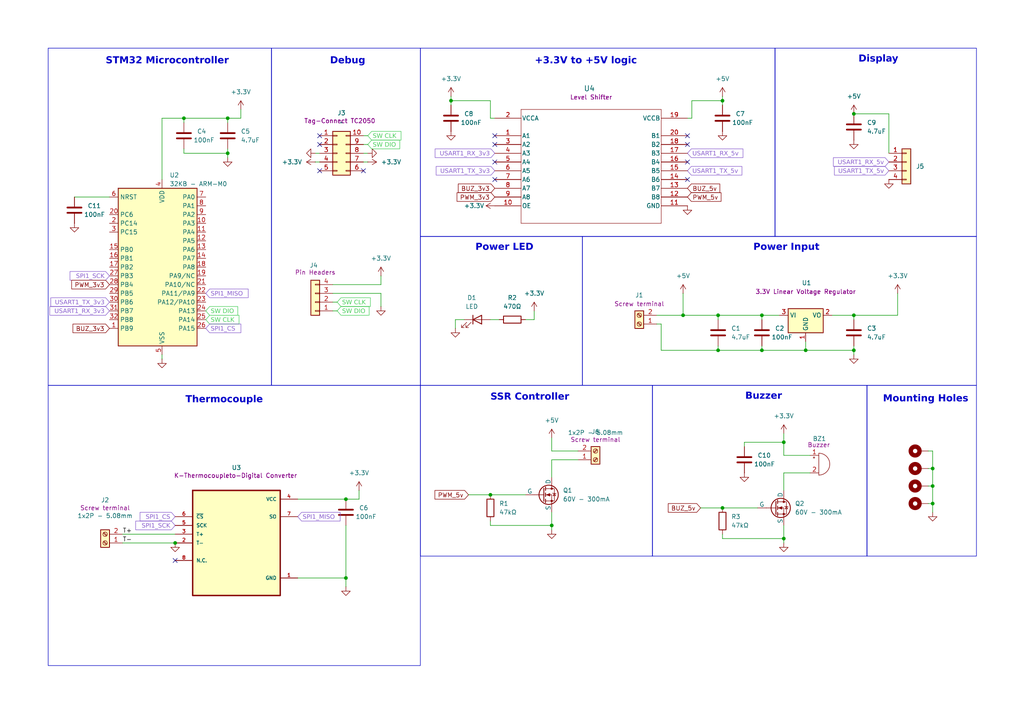
<source format=kicad_sch>
(kicad_sch (version 20231120) (generator "eeschema") (generator_version "8.0")
  (paper "A4")
  (title_block (title "Reflow Oven PID Controller") (date "2024-06-20") (rev "v1.00") (company "By Logic-Punch"))
  (lib_symbols
    (symbol "2024-06-19_04-20-32:TXS0108EPWR" (pin_names (offset 0.254))
      (property "Reference" "U4" (at 27.94 10.16 0))
      (property "Value" "TXS0108EPWR" (at 27.94 7.62 0))
      (symbol "TXS0108EPWR_0_1"
        (polyline (pts (xy 7.62 -27.94) (xy 48.26 -27.94)) (stroke (width 0.127)))
        (polyline (pts (xy 7.62 5.08) (xy 7.62 -27.94)) (stroke (width 0.127)))
        (polyline (pts (xy 48.26 -27.94) (xy 48.26 5.08)) (stroke (width 0.127)))
        (polyline (pts (xy 48.26 5.08) (xy 7.62 5.08)) (stroke (width 0.127)))
        (pin bidirectional line (at 0 -2.54 0) (length 7.62) (name "A1") (number "1"))
        (pin output line (at 0 -22.86 0) (length 7.62) (name "OE") (number "10"))
        (pin power_in line (at 55.88 -22.86 180) (length 7.62) (name "GND") (number "11"))
        (pin bidirectional line (at 55.88 -20.32 180) (length 7.62) (name "B8") (number "12"))
        (pin bidirectional line (at 55.88 -17.78 180) (length 7.62) (name "B7") (number "13"))
        (pin bidirectional line (at 55.88 -15.24 180) (length 7.62) (name "B6") (number "14"))
        (pin bidirectional line (at 55.88 -12.7 180) (length 7.62) (name "B5") (number "15"))
        (pin bidirectional line (at 55.88 -10.16 180) (length 7.62) (name "B4") (number "16"))
        (pin bidirectional line (at 55.88 -7.62 180) (length 7.62) (name "B3") (number "17"))
        (pin bidirectional line (at 55.88 -5.08 180) (length 7.62) (name "B2") (number "18"))
        (pin power_in line (at 0 2.54 0) (length 7.62) (name "VCCA") (number "2"))
        (pin bidirectional line (at 55.88 -2.54 180) (length 7.62) (name "B1") (number "20"))
        (pin bidirectional line (at 0 -5.08 0) (length 7.62) (name "A2") (number "3"))
        (pin bidirectional line (at 0 -7.62 0) (length 7.62) (name "A3") (number "4"))
        (pin bidirectional line (at 0 -10.16 0) (length 7.62) (name "A4") (number "5"))
        (pin bidirectional line (at 0 -12.7 0) (length 7.62) (name "A5") (number "6"))
        (pin bidirectional line (at 0 -15.24 0) (length 7.62) (name "A6") (number "7"))
        (pin bidirectional line (at 0 -17.78 0) (length 7.62) (name "A7") (number "8"))
        (pin bidirectional line (at 0 -20.32 0) (length 7.62) (name "A8") (number "9"))
      )
      (symbol "TXS0108EPWR_1_1"
        (pin power_in line (at 55.88 2.54 180) (length 7.62) (name "VCCB") (number "19"))
      )
    )
    (symbol "Connector:Screw_Terminal_01x02" (pin_names (offset 1.016) hide)
      (property "Reference" "J" (at 0 2.54 0))
      (property "Value" "Screw_Terminal_01x02" (at 0 -5.08 0))
      (symbol "Screw_Terminal_01x02_1_1"
        (rectangle (start -1.27 1.27) (end 1.27 -3.81) (stroke (width 0.254)) (fill (type background)))
        (circle (center 0 -2.54) (radius 0.635) (stroke (width 0.1524)))
        (polyline (pts (xy -0.5334 -2.2098) (xy 0.3302 -3.048)) (stroke (width 0.1524)))
        (polyline (pts (xy -0.5334 0.3302) (xy 0.3302 -0.508)) (stroke (width 0.1524)))
        (polyline (pts (xy -0.3556 -2.032) (xy 0.508 -2.8702)) (stroke (width 0.1524)))
        (polyline (pts (xy -0.3556 0.508) (xy 0.508 -0.3302)) (stroke (width 0.1524)))
        (circle (center 0 0) (radius 0.635) (stroke (width 0.1524)))
        (pin passive line (at -5.08 0 0) (length 3.81) (name "Pin_1") (number "1"))
        (pin passive line (at -5.08 -2.54 0) (length 3.81) (name "Pin_2") (number "2"))
      )
    )
    (symbol "Connector_Generic:Conn_01x04" (pin_names (offset 1.016) hide)
      (property "Reference" "J" (at 0 5.08 0))
      (property "Value" "Conn_01x04" (at 0 -7.62 0))
      (symbol "Conn_01x04_1_1"
        (rectangle (start -1.27 -4.953) (end 0 -5.207) (stroke (width 0.1524)))
        (rectangle (start -1.27 -2.413) (end 0 -2.667) (stroke (width 0.1524)))
        (rectangle (start -1.27 0.127) (end 0 -0.127) (stroke (width 0.1524)))
        (rectangle (start -1.27 2.667) (end 0 2.413) (stroke (width 0.1524)))
        (rectangle (start -1.27 3.81) (end 1.27 -6.35) (stroke (width 0.254)) (fill (type background)))
        (pin passive line (at -5.08 2.54 0) (length 3.81) (name "Pin_1") (number "1"))
        (pin passive line (at -5.08 0 0) (length 3.81) (name "Pin_2") (number "2"))
        (pin passive line (at -5.08 -2.54 0) (length 3.81) (name "Pin_3") (number "3"))
        (pin passive line (at -5.08 -5.08 0) (length 3.81) (name "Pin_4") (number "4"))
      )
    )
    (symbol "Connector_Generic:Conn_02x05_Counter_Clockwise" (pin_names (offset 1.016) hide)
      (property "Reference" "J" (at 1.27 7.62 0))
      (property "Value" "Conn_02x05_Counter_Clockwise" (at 1.27 -7.62 0))
      (symbol "Conn_02x05_Counter_Clockwise_1_1"
        (rectangle (start -1.27 -4.953) (end 0 -5.207) (stroke (width 0.1524)))
        (rectangle (start -1.27 -2.413) (end 0 -2.667) (stroke (width 0.1524)))
        (rectangle (start -1.27 0.127) (end 0 -0.127) (stroke (width 0.1524)))
        (rectangle (start -1.27 2.667) (end 0 2.413) (stroke (width 0.1524)))
        (rectangle (start -1.27 5.207) (end 0 4.953) (stroke (width 0.1524)))
        (rectangle (start -1.27 6.35) (end 3.81 -6.35) (stroke (width 0.254)) (fill (type background)))
        (rectangle (start 3.81 -4.953) (end 2.54 -5.207) (stroke (width 0.1524)))
        (rectangle (start 3.81 -2.413) (end 2.54 -2.667) (stroke (width 0.1524)))
        (rectangle (start 3.81 0.127) (end 2.54 -0.127) (stroke (width 0.1524)))
        (rectangle (start 3.81 2.667) (end 2.54 2.413) (stroke (width 0.1524)))
        (rectangle (start 3.81 5.207) (end 2.54 4.953) (stroke (width 0.1524)))
        (pin passive line (at -5.08 5.08 0) (length 3.81) (name "Pin_1") (number "1"))
        (pin passive line (at 7.62 5.08 180) (length 3.81) (name "Pin_10") (number "10"))
        (pin passive line (at -5.08 2.54 0) (length 3.81) (name "Pin_2") (number "2"))
        (pin passive line (at -5.08 0 0) (length 3.81) (name "Pin_3") (number "3"))
        (pin passive line (at -5.08 -2.54 0) (length 3.81) (name "Pin_4") (number "4"))
        (pin passive line (at -5.08 -5.08 0) (length 3.81) (name "Pin_5") (number "5"))
        (pin passive line (at 7.62 -5.08 180) (length 3.81) (name "Pin_6") (number "6"))
        (pin passive line (at 7.62 -2.54 180) (length 3.81) (name "Pin_7") (number "7"))
        (pin passive line (at 7.62 0 180) (length 3.81) (name "Pin_8") (number "8"))
        (pin passive line (at 7.62 2.54 180) (length 3.81) (name "Pin_9") (number "9"))
      )
    )
    (symbol "Device:Buzzer" (pin_names (offset 0.0254) hide)
      (property "Reference" "BZ" (at 3.81 1.27 0))
      (property "Value" "Buzzer" (at 3.81 -1.27 0))
      (symbol "Buzzer_0_1"
        (arc (start 0 -3.175) (mid 3.1612 0) (end 0 3.175))
        (polyline (pts (xy -1.651 1.905) (xy -1.143 1.905)))
        (polyline (pts (xy -1.397 2.159) (xy -1.397 1.651)))
        (polyline (pts (xy 0 3.175) (xy 0 -3.175)))
      )
      (symbol "Buzzer_1_1"
        (pin passive line (at -2.54 2.54 0) (length 2.54) (name "+") (number "1"))
        (pin passive line (at -2.54 -2.54 0) (length 2.54) (name "-") (number "2"))
      )
    )
    (symbol "Device:C" (pin_numbers hide) (pin_names (offset 0.254))
      (property "Reference" "C" (at 0.635 2.54 0))
      (property "Value" "C" (at 0.635 -2.54 0))
      (symbol "C_0_1"
        (polyline (pts (xy -2.032 -0.762) (xy 2.032 -0.762)) (stroke (width 0.508)))
        (polyline (pts (xy -2.032 0.762) (xy 2.032 0.762)) (stroke (width 0.508)))
      )
      (symbol "C_1_1"
        (pin passive line (at 0 3.81 270) (length 2.794) (name "~") (number "1"))
        (pin passive line (at 0 -3.81 90) (length 2.794) (name "~") (number "2"))
      )
    )
    (symbol "Device:LED" (pin_numbers hide) (pin_names (offset 1.016) hide)
      (property "Reference" "D" (at 0 2.54 0))
      (property "Value" "LED" (at 0 -2.54 0))
      (symbol "LED_0_1"
        (polyline (pts (xy -1.27 -1.27) (xy -1.27 1.27)) (stroke (width 0.254)))
        (polyline (pts (xy -1.27 0) (xy 1.27 0)))
        (polyline (pts (xy 1.27 -1.27) (xy 1.27 1.27) (xy -1.27 0) (xy 1.27 -1.27)) (stroke (width 0.254)))
        (polyline (pts (xy -3.048 -0.762) (xy -4.572 -2.286) (xy -3.81 -2.286) (xy -4.572 -2.286) (xy -4.572 -1.524)))
        (polyline (pts (xy -1.778 -0.762) (xy -3.302 -2.286) (xy -2.54 -2.286) (xy -3.302 -2.286) (xy -3.302 -1.524)))
      )
      (symbol "LED_1_1"
        (pin passive line (at -3.81 0 0) (length 2.54) (name "K") (number "1"))
        (pin passive line (at 3.81 0 180) (length 2.54) (name "A") (number "2"))
      )
    )
    (symbol "Device:R" (pin_numbers hide) (pin_names (offset 0))
      (property "Reference" "R" (at 2.032 0 90))
      (property "Value" "R" (at 0 0 90))
      (symbol "R_0_1"
        (rectangle (start -1.016 -2.54) (end 1.016 2.54) (stroke (width 0.254)))
      )
      (symbol "R_1_1"
        (pin passive line (at 0 3.81 270) (length 1.27) (name "~") (number "1"))
        (pin passive line (at 0 -3.81 90) (length 1.27) (name "~") (number "2"))
      )
    )
    (symbol "MAX6675ISA_:MAX6675ISA_" (pin_names (offset 1.016))
      (property "Reference" "U" (at -12.7 16.24 0))
      (property "Value" "MAX6675ISA_" (at -12.7 -19.24 0))
      (symbol "MAX6675ISA__0_0"
        (rectangle (start -12.7 -15.24) (end 12.7 15.24) (stroke (width 0.41)) (fill (type background)))
        (pin power_in line (at 17.78 -10.16 180) (length 5.08) (name "GND") (number "1"))
        (pin input line (at -17.78 0 0) (length 5.08) (name "T-") (number "2"))
        (pin input line (at -17.78 2.54 0) (length 5.08) (name "T+") (number "3"))
        (pin power_in line (at 17.78 12.7 180) (length 5.08) (name "VCC") (number "4"))
        (pin input line (at -17.78 5.08 0) (length 5.08) (name "SCK") (number "5"))
        (pin input line (at -17.78 7.62 0) (length 5.08) (name "~{CS}") (number "6"))
        (pin output line (at 17.78 7.62 180) (length 5.08) (name "SO") (number "7"))
        (pin bidirectional line (at -17.78 -5.08 0) (length 5.08) (name "N.C.") (number "8"))
      )
    )
    (symbol "MCU_ST_STM32G0:STM32G030K6Tx"
      (property "Reference" "U" (at -10.16 24.13 0))
      (property "Value" "STM32G030K6Tx" (at 5.08 24.13 0))
      (symbol "STM32G030K6Tx_0_1"
        (rectangle (start -10.16 -22.86) (end 12.7 22.86) (stroke (width 0.254)) (fill (type background)))
      )
      (symbol "STM32G030K6Tx_1_1"
        (pin bidirectional line (at -12.7 -17.78 0) (length 2.54) (name "PB9") (number "1"))
        (pin bidirectional line (at 15.24 12.7 180) (length 2.54) (name "PA3") (number "10"))
        (pin bidirectional line (at 15.24 10.16 180) (length 2.54) (name "PA4") (number "11"))
        (pin bidirectional line (at 15.24 7.62 180) (length 2.54) (name "PA5") (number "12"))
        (pin bidirectional line (at 15.24 5.08 180) (length 2.54) (name "PA6") (number "13"))
        (pin bidirectional line (at 15.24 2.54 180) (length 2.54) (name "PA7") (number "14"))
        (pin bidirectional line (at -12.7 5.08 0) (length 2.54) (name "PB0") (number "15"))
        (pin bidirectional line (at -12.7 2.54 0) (length 2.54) (name "PB1") (number "16"))
        (pin bidirectional line (at -12.7 0 0) (length 2.54) (name "PB2") (number "17"))
        (pin bidirectional line (at 15.24 0 180) (length 2.54) (name "PA8") (number "18"))
        (pin bidirectional line (at 15.24 -2.54 180) (length 2.54) (name "PA9/NC") (number "19"))
        (pin bidirectional line (at -12.7 12.7 0) (length 2.54) (name "PC14") (number "2"))
        (pin bidirectional line (at -12.7 15.24 0) (length 2.54) (name "PC6") (number "20"))
        (pin bidirectional line (at 15.24 -5.08 180) (length 2.54) (name "PA10/NC") (number "21"))
        (pin bidirectional line (at 15.24 -7.62 180) (length 2.54) (name "PA11/PA9") (number "22"))
        (pin bidirectional line (at 15.24 -10.16 180) (length 2.54) (name "PA12/PA10") (number "23"))
        (pin bidirectional line (at 15.24 -12.7 180) (length 2.54) (name "PA13") (number "24"))
        (pin bidirectional line (at 15.24 -15.24 180) (length 2.54) (name "PA14") (number "25"))
        (pin bidirectional line (at 15.24 -17.78 180) (length 2.54) (name "PA15") (number "26"))
        (pin bidirectional line (at -12.7 -2.54 0) (length 2.54) (name "PB3") (number "27"))
        (pin bidirectional line (at -12.7 -5.08 0) (length 2.54) (name "PB4") (number "28"))
        (pin bidirectional line (at -12.7 -7.62 0) (length 2.54) (name "PB5") (number "29"))
        (pin bidirectional line (at -12.7 10.16 0) (length 2.54) (name "PC15") (number "3"))
        (pin bidirectional line (at -12.7 -10.16 0) (length 2.54) (name "PB6") (number "30"))
        (pin bidirectional line (at -12.7 -12.7 0) (length 2.54) (name "PB7") (number "31"))
        (pin bidirectional line (at -12.7 -15.24 0) (length 2.54) (name "PB8") (number "32"))
        (pin power_in line (at 2.54 25.4 270) (length 2.54) (name "VDD") (number "4"))
        (pin power_in line (at 2.54 -25.4 90) (length 2.54) (name "VSS") (number "5"))
        (pin input line (at -12.7 20.32 0) (length 2.54) (name "NRST") (number "6"))
        (pin bidirectional line (at 15.24 20.32 180) (length 2.54) (name "PA0") (number "7"))
        (pin bidirectional line (at 15.24 17.78 180) (length 2.54) (name "PA1") (number "8"))
        (pin bidirectional line (at 15.24 15.24 180) (length 2.54) (name "PA2") (number "9"))
      )
    )
    (symbol "Mechanical:MountingHole_Pad" (pin_numbers hide) (pin_names (offset 1.016) hide) (exclude_from_sim yes) (in_bom no)
      (property "Reference" "H" (at 0 6.35 0))
      (property "Value" "MountingHole_Pad" (at 0 4.445 0))
      (symbol "MountingHole_Pad_0_1"
        (circle (center 0 1.27) (radius 1.27) (stroke (width 1.27)))
      )
      (symbol "MountingHole_Pad_1_1"
        (pin input line (at 0 -2.54 90) (length 2.54) (name "1") (number "1"))
      )
    )
    (symbol "Regulator_Linear:AMS1117-3.3"
      (property "Reference" "U" (at -3.81 3.175 0))
      (property "Value" "AMS1117-3.3" (at 0 3.175 0))
      (symbol "AMS1117-3.3_0_1"
        (rectangle (start -5.08 -5.08) (end 5.08 1.905) (stroke (width 0.254)) (fill (type background)))
      )
      (symbol "AMS1117-3.3_1_1"
        (pin power_in line (at 0 -7.62 90) (length 2.54) (name "GND") (number "1"))
        (pin power_out line (at 7.62 0 180) (length 2.54) (name "VO") (number "2"))
        (pin power_in line (at -7.62 0 0) (length 2.54) (name "VI") (number "3"))
      )
    )
    (symbol "Simulation_SPICE:NMOS" (pin_numbers hide) (pin_names (offset 0))
      (property "Reference" "Q" (at 5.08 1.27 0))
      (property "Value" "NMOS" (at 5.08 -1.27 0))
      (symbol "NMOS_0_1"
        (polyline (pts (xy 0.254 0) (xy -2.54 0)))
        (polyline (pts (xy 0.254 1.905) (xy 0.254 -1.905)) (stroke (width 0.254)))
        (polyline (pts (xy 0.762 -1.27) (xy 0.762 -2.286)) (stroke (width 0.254)))
        (polyline (pts (xy 0.762 0.508) (xy 0.762 -0.508)) (stroke (width 0.254)))
        (polyline (pts (xy 0.762 2.286) (xy 0.762 1.27)) (stroke (width 0.254)))
        (polyline (pts (xy 2.54 2.54) (xy 2.54 1.778)))
        (polyline (pts (xy 2.54 -2.54) (xy 2.54 0) (xy 0.762 0)))
        (polyline (pts (xy 0.762 -1.778) (xy 3.302 -1.778) (xy 3.302 1.778) (xy 0.762 1.778)))
        (polyline (pts (xy 1.016 0) (xy 2.032 0.381) (xy 2.032 -0.381) (xy 1.016 0)) (fill (type outline)))
        (polyline (pts (xy 2.794 0.508) (xy 2.921 0.381) (xy 3.683 0.381) (xy 3.81 0.254)))
        (polyline (pts (xy 3.302 0.381) (xy 2.921 -0.254) (xy 3.683 -0.254) (xy 3.302 0.381)))
        (circle (center 1.651 0) (radius 2.794) (stroke (width 0.254)))
        (circle (center 2.54 -1.778) (radius 0.254) (fill (type outline)))
        (circle (center 2.54 1.778) (radius 0.254) (fill (type outline)))
      )
      (symbol "NMOS_1_1"
        (pin passive line (at 2.54 5.08 270) (length 2.54) (name "D") (number "1"))
        (pin input line (at -5.08 0 0) (length 2.54) (name "G") (number "2"))
        (pin passive line (at 2.54 -5.08 90) (length 2.54) (name "S") (number "3"))
      )
    )
    (symbol "power:+5V" (power) (pin_numbers hide) (pin_names (offset 0) hide)
      (property "Value" "+5V" (at 0 3.556 0))
      (symbol "+5V_0_1"
        (polyline (pts (xy -0.762 1.27) (xy 0 2.54)))
        (polyline (pts (xy 0 0) (xy 0 2.54)))
        (polyline (pts (xy 0 2.54) (xy 0.762 1.27)))
      )
      (symbol "+5V_1_1"
        (pin power_in line (at 0 0 90) (length 0) (name "~") (number "1"))
      )
    )
    (symbol "power:GND" (power) (pin_numbers hide) (pin_names (offset 0) hide)
      (property "Value" "GND" (at 0 -3.81 0))
      (symbol "GND_0_1"
        (polyline (pts (xy 0 0) (xy 0 -1.27) (xy 1.27 -1.27) (xy 0 -2.54) (xy -1.27 -1.27) (xy 0 -1.27)))
      )
      (symbol "GND_1_1"
        (pin power_in line (at 0 0 270) (length 0) (name "~") (number "1"))
      )
    )
  )
  (junction (at 142.24 143.51))
  (junction (at 270.51 140.97))
  (junction (at 66.04 44.45))
  (junction (at 50.8 157.48))
  (junction (at 209.55 29.21))
  (junction (at 160.02 152.4))
  (junction (at 270.51 146.05))
  (junction (at 208.28 101.6))
  (junction (at 100.33 144.78))
  (junction (at 220.98 91.44))
  (junction (at 247.65 33.02))
  (junction (at 247.65 91.44))
  (junction (at 247.65 101.6))
  (junction (at 100.33 167.64))
  (junction (at 53.34 34.29))
  (junction (at 220.98 101.6))
  (junction (at 233.68 101.6))
  (junction (at 209.55 147.32))
  (junction (at 198.12 91.44))
  (junction (at 227.33 128.27))
  (junction (at 227.33 156.21))
  (junction (at 208.28 91.44))
  (junction (at 270.51 135.89))
  (junction (at 130.81 29.21))
  (junction (at 66.04 34.29))
  (no_connect (at 92.71 41.91))
  (no_connect (at 143.51 39.37))
  (no_connect (at 199.39 46.99))
  (no_connect (at 199.39 41.91))
  (no_connect (at 199.39 52.07))
  (no_connect (at 92.71 39.37))
  (no_connect (at 143.51 41.91))
  (no_connect (at 105.41 49.53))
  (no_connect (at 50.8 162.56))
  (no_connect (at 143.51 46.99))
  (no_connect (at 199.39 39.37))
  (no_connect (at 143.51 52.07))
  (no_connect (at 92.71 49.53))
  (wire (pts (xy 270.51 140.97) (xy 269.24 140.97)))
  (wire (pts (xy 66.04 45.72) (xy 66.04 44.45)))
  (wire (pts (xy 227.33 125.73) (xy 227.33 128.27)))
  (wire (pts (xy 142.24 152.4) (xy 142.24 151.13)))
  (wire (pts (xy 69.85 31.75) (xy 69.85 34.29)))
  (wire (pts (xy 227.33 152.4) (xy 227.33 156.21)))
  (wire (pts (xy 154.94 92.71) (xy 152.4 92.71)))
  (wire (pts (xy 209.55 27.94) (xy 209.55 29.21)))
  (wire (pts (xy 208.28 91.44) (xy 220.98 91.44)))
  (wire (pts (xy 215.9 128.27) (xy 227.33 128.27)))
  (wire (pts (xy 160.02 148.59) (xy 160.02 152.4)))
  (wire (pts (xy 191.77 93.98) (xy 191.77 101.6)))
  (wire (pts (xy 142.24 152.4) (xy 160.02 152.4)))
  (wire (pts (xy 97.79 90.17) (xy 96.52 90.17)))
  (wire (pts (xy 200.66 34.29) (xy 199.39 34.29)))
  (wire (pts (xy 227.33 137.16) (xy 227.33 142.24)))
  (wire (pts (xy 234.95 132.08) (xy 227.33 132.08)))
  (wire (pts (xy 208.28 100.33) (xy 208.28 101.6)))
  (wire (pts (xy 106.68 44.45) (xy 105.41 44.45)))
  (wire (pts (xy 130.81 29.21) (xy 130.81 30.48)))
  (wire (pts (xy 270.51 130.81) (xy 269.24 130.81)))
  (wire (pts (xy 257.81 33.02) (xy 257.81 44.45)))
  (wire (pts (xy 209.55 156.21) (xy 227.33 156.21)))
  (wire (pts (xy 142.24 29.21) (xy 142.24 34.29)))
  (wire (pts (xy 234.95 137.16) (xy 227.33 137.16)))
  (wire (pts (xy 100.33 167.64) (xy 86.36 167.64)))
  (wire (pts (xy 66.04 44.45) (xy 53.34 44.45)))
  (wire (pts (xy 160.02 133.35) (xy 160.02 138.43)))
  (wire (pts (xy 167.64 133.35) (xy 160.02 133.35)))
  (wire (pts (xy 203.2 147.32) (xy 209.55 147.32)))
  (wire (pts (xy 208.28 101.6) (xy 220.98 101.6)))
  (wire (pts (xy 106.68 46.99) (xy 105.41 46.99)))
  (wire (pts (xy 270.51 140.97) (xy 270.51 135.89)))
  (wire (pts (xy 190.5 93.98) (xy 191.77 93.98)))
  (wire (pts (xy 110.49 85.09) (xy 96.52 85.09)))
  (wire (pts (xy 130.81 29.21) (xy 142.24 29.21)))
  (wire (pts (xy 167.64 130.81) (xy 160.02 130.81)))
  (wire (pts (xy 110.49 88.9) (xy 110.49 85.09)))
  (wire (pts (xy 86.36 144.78) (xy 100.33 144.78)))
  (wire (pts (xy 53.34 35.56) (xy 53.34 34.29)))
  (wire (pts (xy 233.68 101.6) (xy 233.68 99.06)))
  (wire (pts (xy 100.33 144.78) (xy 104.14 144.78)))
  (wire (pts (xy 154.94 90.17) (xy 154.94 92.71)))
  (wire (pts (xy 100.33 170.18) (xy 100.33 167.64)))
  (wire (pts (xy 198.12 85.09) (xy 198.12 91.44)))
  (wire (pts (xy 260.35 91.44) (xy 247.65 91.44)))
  (wire (pts (xy 209.55 156.21) (xy 209.55 154.94)))
  (wire (pts (xy 191.77 101.6) (xy 208.28 101.6)))
  (wire (pts (xy 270.51 146.05) (xy 270.51 140.97)))
  (wire (pts (xy 209.55 29.21) (xy 209.55 30.48)))
  (wire (pts (xy 106.68 41.91) (xy 105.41 41.91)))
  (wire (pts (xy 46.99 34.29) (xy 46.99 52.07)))
  (wire (pts (xy 215.9 129.54) (xy 215.9 128.27)))
  (wire (pts (xy 247.65 102.87) (xy 247.65 101.6)))
  (wire (pts (xy 200.66 29.21) (xy 200.66 34.29)))
  (wire (pts (xy 200.66 29.21) (xy 209.55 29.21)))
  (wire (pts (xy 247.65 92.71) (xy 247.65 91.44)))
  (wire (pts (xy 110.49 80.01) (xy 110.49 82.55)))
  (wire (pts (xy 227.33 157.48) (xy 227.33 156.21)))
  (wire (pts (xy 270.51 135.89) (xy 270.51 130.81)))
  (wire (pts (xy 106.68 39.37) (xy 105.41 39.37)))
  (wire (pts (xy 53.34 34.29) (xy 66.04 34.29)))
  (wire (pts (xy 198.12 91.44) (xy 190.5 91.44)))
  (wire (pts (xy 135.89 143.51) (xy 142.24 143.51)))
  (wire (pts (xy 220.98 101.6) (xy 233.68 101.6)))
  (wire (pts (xy 91.44 46.99) (xy 92.71 46.99)))
  (wire (pts (xy 104.14 142.24) (xy 104.14 144.78)))
  (wire (pts (xy 46.99 34.29) (xy 53.34 34.29)))
  (wire (pts (xy 247.65 33.02) (xy 257.81 33.02)))
  (wire (pts (xy 220.98 91.44) (xy 220.98 92.71)))
  (wire (pts (xy 260.35 85.09) (xy 260.35 91.44)))
  (wire (pts (xy 220.98 100.33) (xy 220.98 101.6)))
  (wire (pts (xy 66.04 44.45) (xy 66.04 43.18)))
  (wire (pts (xy 46.99 104.14) (xy 46.99 102.87)))
  (wire (pts (xy 208.28 92.71) (xy 208.28 91.44)))
  (wire (pts (xy 97.79 87.63) (xy 96.52 87.63)))
  (wire (pts (xy 160.02 130.81) (xy 160.02 127)))
  (wire (pts (xy 35.56 154.94) (xy 50.8 154.94)))
  (wire (pts (xy 132.08 95.25) (xy 132.08 92.71)))
  (wire (pts (xy 247.65 100.33) (xy 247.65 101.6)))
  (wire (pts (xy 269.24 146.05) (xy 270.51 146.05)))
  (wire (pts (xy 142.24 92.71) (xy 144.78 92.71)))
  (wire (pts (xy 142.24 143.51) (xy 152.4 143.51)))
  (wire (pts (xy 209.55 147.32) (xy 219.71 147.32)))
  (wire (pts (xy 247.65 101.6) (xy 233.68 101.6)))
  (wire (pts (xy 91.44 44.45) (xy 92.71 44.45)))
  (wire (pts (xy 66.04 35.56) (xy 66.04 34.29)))
  (wire (pts (xy 227.33 132.08) (xy 227.33 128.27)))
  (wire (pts (xy 270.51 135.89) (xy 269.24 135.89)))
  (wire (pts (xy 270.51 146.05) (xy 270.51 148.59)))
  (wire (pts (xy 100.33 152.4) (xy 100.33 167.64)))
  (wire (pts (xy 110.49 82.55) (xy 96.52 82.55)))
  (wire (pts (xy 160.02 153.67) (xy 160.02 152.4)))
  (wire (pts (xy 220.98 91.44) (xy 226.06 91.44)))
  (wire (pts (xy 142.24 34.29) (xy 143.51 34.29)))
  (wire (pts (xy 132.08 92.71) (xy 134.62 92.71)))
  (wire (pts (xy 21.59 57.15) (xy 31.75 57.15)))
  (wire (pts (xy 247.65 91.44) (xy 241.3 91.44)))
  (wire (pts (xy 66.04 34.29) (xy 69.85 34.29)))
  (wire (pts (xy 53.34 44.45) (xy 53.34 43.18)))
  (wire (pts (xy 198.12 91.44) (xy 208.28 91.44)))
  (wire (pts (xy 130.81 27.94) (xy 130.81 29.21)))
  (wire (pts (xy 35.56 157.48) (xy 50.8 157.48)))
  (rectangle (start 189.23 111.76) (end 251.46 161.29))
  (rectangle (start 78.74 13.97) (end 121.92 111.76))
  (rectangle (start 251.46 111.76) (end 283.21 161.29))
  (rectangle (start 13.97 13.97) (end 78.74 111.76))
  (rectangle (start 168.91 68.58) (end 283.21 111.76))
  (rectangle (start 121.92 68.58) (end 168.91 111.76))
  (rectangle (start 224.79 13.97) (end 283.21 68.58))
  (rectangle (start 13.97 111.76) (end 121.92 193.04))
  (rectangle (start 121.92 13.97) (end 224.79 68.58))
  (rectangle (start 121.92 111.76) (end 189.23 161.29))
  (text "Thermocouple" (at 65.024 116.586 0) (effects (font (size 2 2) (thickness 0.254) (bold yes))))
  (text "Buzzer" (at 221.488 115.57 0) (effects (font (size 2 2) (thickness 0.254) (bold yes))))
  (text "STM32 Microcontroller" (at 48.514 18.288 0) (effects (font (size 2 2) (thickness 0.254) (bold yes))))
  (text "+3.3V to +5V logic" (at 169.926 18.288 0) (effects (font (size 2 2) (thickness 0.254) (bold yes))))
  (text "SSR Controller" (at 153.67 115.824 0) (effects (font (size 2 2) (thickness 0.254) (bold yes))))
  (text "Mounting Holes" (at 268.478 116.332 0) (effects (font (size 2 2) (thickness 0.254) (bold yes))))
  (text "Display" (at 254.762 17.78 0) (effects (font (size 2 2) (thickness 0.254) (bold yes))))
  (text "Debug" (at 100.838 18.288 0) (effects (font (size 2 2) (thickness 0.254) (bold yes))))
  (text "Power Input" (at 228.092 72.39 0) (effects (font (size 2 2) (thickness 0.254) (bold yes))))
  (text "Power LED" (at 146.304 72.39 0) (effects (font (size 2 2) (thickness 0.254) (bold yes))))
  (label "T-" (at 35.56 157.48 0))
  (label "T+" (at 35.56 154.94 0))
  (global_label "PWM_3v3" (shape input) (at 31.75 82.55 180) (property "Intersheetrefs" "${INTERSHEET_REFS}" (effects (hide yes))))
  (global_label "USART1_TX_5v" (shape input) (at 199.39 49.53 0) (property "Intersheetrefs" "${INTERSHEET_REFS}" (effects (hide yes))))
  (global_label "SW CLK" (shape input) (at 106.68 39.37 0) (property "Intersheetrefs" "${INTERSHEET_REFS}" (effects (hide yes))))
  (global_label "USART1_RX_3v3" (shape input) (at 31.75 90.17 180) (property "Intersheetrefs" "${INTERSHEET_REFS}" (effects (hide yes))))
  (global_label "SPI1_SCK" (shape input) (at 31.75 80.01 180) (property "Intersheetrefs" "${INTERSHEET_REFS}" (effects (hide yes))))
  (global_label "SW DIO" (shape input) (at 97.79 90.17 0) (property "Intersheetrefs" "${INTERSHEET_REFS}" (effects (hide yes))))
  (global_label "SPI1_SCK" (shape input) (at 50.8 152.4 180) (property "Intersheetrefs" "${INTERSHEET_REFS}" (effects (hide yes))))
  (global_label "USART1_TX_3v3" (shape input) (at 31.75 87.63 180) (property "Intersheetrefs" "${INTERSHEET_REFS}" (effects (hide yes))))
  (global_label "BUZ_3v3" (shape input) (at 31.75 95.25 180) (property "Intersheetrefs" "${INTERSHEET_REFS}" (effects (hide yes))))
  (global_label "PWM_3v3" (shape input) (at 143.51 57.15 180) (property "Intersheetrefs" "${INTERSHEET_REFS}" (effects (hide yes))))
  (global_label "USART1_RX_3v3" (shape input) (at 143.51 44.45 180) (property "Intersheetrefs" "${INTERSHEET_REFS}" (effects (hide yes))))
  (global_label "BUZ_5v" (shape input) (at 199.39 54.61 0) (property "Intersheetrefs" "${INTERSHEET_REFS}" (effects (hide yes))))
  (global_label "SPI1_MISO" (shape input) (at 86.36 149.86 0) (property "Intersheetrefs" "${INTERSHEET_REFS}" (effects (hide yes))))
  (global_label "USART1_TX_5v" (shape input) (at 257.81 49.53 180) (property "Intersheetrefs" "${INTERSHEET_REFS}" (effects (hide yes))))
  (global_label "SW DIO" (shape input) (at 59.69 90.17 0) (property "Intersheetrefs" "${INTERSHEET_REFS}" (effects (hide yes))))
  (global_label "SPI1_CS" (shape input) (at 59.69 95.25 0) (property "Intersheetrefs" "${INTERSHEET_REFS}" (effects (hide yes))))
  (global_label "PWM_5v" (shape input) (at 135.89 143.51 180) (property "Intersheetrefs" "${INTERSHEET_REFS}" (effects (hide yes))))
  (global_label "SW DIO" (shape input) (at 106.68 41.91 0) (property "Intersheetrefs" "${INTERSHEET_REFS}" (effects (hide yes))))
  (global_label "BUZ_5v" (shape input) (at 203.2 147.32 180) (property "Intersheetrefs" "${INTERSHEET_REFS}" (effects (hide yes))))
  (global_label "USART1_TX_3v3" (shape input) (at 143.51 49.53 180) (property "Intersheetrefs" "${INTERSHEET_REFS}" (effects (hide yes))))
  (global_label "SPI1_MISO" (shape input) (at 59.69 85.09 0) (property "Intersheetrefs" "${INTERSHEET_REFS}" (effects (hide yes))))
  (global_label "SW CLK" (shape input) (at 59.69 92.71 0) (property "Intersheetrefs" "${INTERSHEET_REFS}" (effects (hide yes))))
  (global_label "USART1_RX_5v" (shape input) (at 199.39 44.45 0) (property "Intersheetrefs" "${INTERSHEET_REFS}" (effects (hide yes))))
  (global_label "BUZ_3v3" (shape input) (at 143.51 54.61 180) (property "Intersheetrefs" "${INTERSHEET_REFS}" (effects (hide yes))))
  (global_label "USART1_RX_5v" (shape input) (at 257.81 46.99 180) (property "Intersheetrefs" "${INTERSHEET_REFS}" (effects (hide yes))))
  (global_label "SPI1_CS" (shape input) (at 50.8 149.86 180) (property "Intersheetrefs" "${INTERSHEET_REFS}" (effects (hide yes))))
  (global_label "PWM_5v" (shape input) (at 199.39 57.15 0) (property "Intersheetrefs" "${INTERSHEET_REFS}" (effects (hide yes))))
  (global_label "SW CLK" (shape input) (at 97.79 87.63 0) (property "Intersheetrefs" "${INTERSHEET_REFS}" (effects (hide yes))))
  (symbol (lib_id "Simulation_SPICE:NMOS") (at 224.79 147.32 0) (unit 1)
    (property "Reference" "Q2" (at 230.5672 146.0499 0) (effects (justify left)))
    (property "Value" "60V - 300mA" (at 230.5672 148.5899 0) (effects (justify left)))
    (property "Footprint" "Package_TO_SOT_SMD:SOT-23" (effects (hide yes)))
    (property "Datasheet" "https://www.lcsc.com/datasheet/lcsc_datasheet_2310100933_MSKSEMI-2N7002K_C3008053.pdf" (effects (hide yes)))
    (property "Description" "N Channel MOSFET" (effects (hide yes)))
    (property "LCSC" "C3008053" (effects (hide yes)))
    (property "Manufacturer" "MSKSEMI" (effects (hide yes)))
    (property "Part Number" "2N7002K" (effects (hide yes)))
  )
  (symbol (lib_id "power:+5V") (at 143.51 59.69 90) (unit 1)
    (property "Reference" "#PWR017" (effects (hide yes)))
    (property "Value" "+3.3V" (at 140.462 59.69 90) (effects (justify left)))
    (property "Description" "Power symbol creates a global label with name \"+5V\"" (effects (hide yes)))
  )
  (symbol (lib_id "Device:C") (at 247.65 36.83 0) (unit 1)
    (property "Reference" "C9" (at 251.46 35.5599 0) (effects (justify left)))
    (property "Value" "4.7uF" (at 251.46 38.0999 0) (effects (justify left)))
    (property "Footprint" "Capacitor_SMD:C_0805_2012Metric" (effects (hide yes)))
    (property "Datasheet" "https://datasheet.lcsc.com/lcsc/2211282300_Taiyo-Yuden-EMK212B7475KG-T_C92762.pdf" (effects (hide yes)))
    (property "Description" "Multilayer Ceramic Capacitor" (effects (hide yes)))
    (property "LCSC" "C92762" (effects (hide yes)))
    (property "Manufacturer" "Taiyo Yuden" (effects (hide yes)))
    (property "Part Number" "EMK212B7475KG-T" (effects (hide yes)))
  )
  (symbol (lib_id "Device:C") (at 208.28 96.52 0) (unit 1)
    (property "Reference" "C1" (at 212.09 95.2499 0) (effects (justify left)))
    (property "Value" "4.7uF" (at 212.09 97.7899 0) (effects (justify left)))
    (property "Footprint" "Capacitor_SMD:C_0805_2012Metric" (effects (hide yes)))
    (property "Datasheet" "https://datasheet.lcsc.com/lcsc/2211282300_Taiyo-Yuden-EMK212B7475KG-T_C92762.pdf" (effects (hide yes)))
    (property "Description" "Multilayer Ceramic Capacitor" (effects (hide yes)))
    (property "LCSC" "C92762" (effects (hide yes)))
    (property "Manufacturer" "Taiyo Yuden" (effects (hide yes)))
    (property "Part Number" "EMK212B7475KG-T" (effects (hide yes)))
  )
  (symbol (lib_id "Connector_Generic:Conn_01x04") (at 262.89 46.99 0) (unit 1)
    (property "Reference" "J5" (at 265.684 48.26 0) (effects (justify left)))
    (property "Value" "1x4P - Right-Angle" (effects (hide yes)))
    (property "Footprint" "_custom:CONN-TH_4P-P2.50_ZX-XH2.54-4PWZ" (effects (hide yes)))
    (property "Datasheet" "https://datasheet.lcsc.com/lcsc/2306191413_Megastar-ZX-XH2-54-4PWZ_C7429643.pdf" (effects (hide yes)))
    (property "Description" "Wire To Board Connector" (effects (hide yes)))
    (property "LCSC" "C7429643" (effects (hide yes)))
    (property "Manufacturer" "Megastar" (effects (hide yes)))
    (property "Part Number" "ZX-XH2.54-4PWZ" (effects (hide yes)))
  )
  (symbol (lib_id "Device:Buzzer") (at 237.49 134.62 0) (unit 1)
    (property "Reference" "BZ1" (at 235.712 127.254 0) (effects (justify left)))
    (property "Value" "3kHz - 85dB" (effects (hide yes)))
    (property "Footprint" "_custom:BUZ-TH_BD9.0-P5.00-D0.6-FD" (effects (hide yes)))
    (property "Datasheet" "https://www.lcsc.com/datasheet/lcsc_datasheet_1811141116_Jiangsu-Huaneng-Elec-HNB09A03_C96102.pdf" (effects (hide yes)))
    (property "Description" "Buzzer" (at 237.49 129.032 0))
    (property "LCSC" "C96102" (effects (hide yes)))
    (property "Manufacturer" "Jiangsu Huaneng Elec" (effects (hide yes)))
    (property "Part Number" "HNB09A03" (effects (hide yes)))
  )
  (symbol (lib_id "power:+5V") (at 198.12 85.09 0) (unit 1)
    (property "Reference" "#PWR01" (effects (hide yes)))
    (property "Value" "+5V" (at 198.12 80.01 0))
    (property "Description" "Power symbol creates a global label with name \"+5V\"" (effects (hide yes)))
  )
  (symbol (lib_id "Device:C") (at 130.81 34.29 0) (unit 1)
    (property "Reference" "C8" (at 134.62 33.0199 0) (effects (justify left)))
    (property "Value" "100nF" (at 133.604 35.56 0) (effects (justify left)))
    (property "Footprint" "Capacitor_SMD:C_0805_2012Metric" (effects (hide yes)))
    (property "Datasheet" "https://datasheet.lcsc.com/lcsc/1912300933_TORCH-C0805B104K500NT_C476766.pdf" (effects (hide yes)))
    (property "Description" "Multilayer Ceramic Capacitor" (effects (hide yes)))
    (property "LCSC" "C476766" (effects (hide yes)))
    (property "Manufacturer" " TORCH" (effects (hide yes)))
    (property "Part Number" "C0805B104K500NT" (effects (hide yes)))
  )
  (symbol (lib_id "power:+5V") (at 104.14 142.24 0) (unit 1)
    (property "Reference" "#PWR09" (effects (hide yes)))
    (property "Value" "+3.3V" (at 104.14 137.16 0))
    (property "Description" "Power symbol creates a global label with name \"+5V\"" (effects (hide yes)))
  )
  (symbol (lib_id "power:+5V") (at 106.68 46.99 270) (unit 1)
    (property "Reference" "#PWR027" (effects (hide yes)))
    (property "Value" "+3.3V" (at 110.49 46.9899 90) (effects (justify left)))
    (property "Description" "Power symbol creates a global label with name \"+5V\"" (effects (hide yes)))
  )
  (symbol (lib_id "power:GND") (at 227.33 157.48 0) (unit 1)
    (property "Reference" "#PWR021" (effects (hide yes)))
    (property "Value" "GND" (effects (hide yes)))
    (property "Description" "Power symbol creates a global label with name \"GND\" , ground" (effects (hide yes)))
  )
  (symbol (lib_id "power:GND") (at 257.81 52.07 0) (unit 1)
    (property "Reference" "#PWR023" (effects (hide yes)))
    (property "Value" "GND" (effects (hide yes)))
    (property "Description" "Power symbol creates a global label with name \"GND\" , ground" (effects (hide yes)))
  )
  (symbol (lib_id "power:GND") (at 209.55 38.1 0) (unit 1)
    (property "Reference" "#PWR015" (effects (hide yes)))
    (property "Value" "GND" (effects (hide yes)))
    (property "Description" "Power symbol creates a global label with name \"GND\" , ground" (effects (hide yes)))
  )
  (symbol (lib_id "power:GND") (at 100.33 170.18 0) (unit 1)
    (property "Reference" "#PWR010" (effects (hide yes)))
    (property "Value" "GND" (effects (hide yes)))
    (property "Description" "Power symbol creates a global label with name \"GND\" , ground" (effects (hide yes)))
  )
  (symbol (lib_id "MCU_ST_STM32G0:STM32G030K6Tx") (at 44.45 77.47 0) (unit 1)
    (property "Reference" "U2" (at 49.1841 50.8 0) (effects (justify left)))
    (property "Value" "32KB - ARM-M0" (at 49.1841 53.34 0) (effects (justify left)))
    (property "Footprint" "Package_QFP:LQFP-32_7x7mm_P0.8mm" (effects (hide yes)))
    (property "Datasheet" "https://datasheet.lcsc.com/lcsc/2304140030_STMicroelectronics-STM32G030K6T6_C529331.pdf" (effects (hide yes)))
    (property "Description" "Microcontroller" (effects (hide yes)))
    (property "LCSC" "C529331" (effects (hide yes)))
    (property "Manufacturer" "STMicroelectronics" (effects (hide yes)))
    (property "Part Number" "STM32G030K6T6" (effects (hide yes)))
  )
  (symbol (lib_id "power:GND") (at 91.44 44.45 270) (unit 1)
    (property "Reference" "#PWR011" (effects (hide yes)))
    (property "Value" "GND" (effects (hide yes)))
  )
  (symbol (lib_id "power:GND") (at 247.65 102.87 0) (unit 1)
    (property "Reference" "#PWR03" (effects (hide yes)))
    (property "Value" "GND" (effects (hide yes)))
    (property "Description" "Power symbol creates a global label with name \"GND\" , ground" (effects (hide yes)))
  )
  (symbol (lib_id "power:GND") (at 132.08 95.25 0) (unit 1)
    (property "Reference" "#PWR035" (effects (hide yes)))
    (property "Value" "GND" (effects (hide yes)))
  )
  (symbol (lib_id "power:+5V") (at 110.49 80.01 0) (unit 1)
    (property "Reference" "#PWR029" (effects (hide yes)))
    (property "Value" "+3.3V" (at 110.49 74.93 0))
    (property "Description" "Power symbol creates a global label with name \"+5V\"" (effects (hide yes)))
  )
  (symbol (lib_id "Device:C") (at 100.33 148.59 0) (unit 1)
    (property "Reference" "C6" (at 104.14 147.3199 0) (effects (justify left)))
    (property "Value" "100nF" (at 103.124 149.86 0) (effects (justify left)))
    (property "Footprint" "Capacitor_SMD:C_0805_2012Metric" (effects (hide yes)))
    (property "Datasheet" "https://datasheet.lcsc.com/lcsc/1912300933_TORCH-C0805B104K500NT_C476766.pdf" (effects (hide yes)))
    (property "Description" "Multilayer Ceramic Capacitor" (effects (hide yes)))
    (property "LCSC" "C476766" (effects (hide yes)))
    (property "Manufacturer" " TORCH" (effects (hide yes)))
    (property "Part Number" "C0805B104K500NT" (effects (hide yes)))
  )
  (symbol (lib_id "Connector:Screw_Terminal_01x02") (at 30.48 157.48 180) (unit 1)
    (property "Reference" "J2" (at 30.48 145.034 0))
    (property "Value" "1x2P - 5.08mm" (at 30.48 149.606 0))
    (property "Footprint" "_custom:CONN-TH_2P-P5.00_WJ500V-5.08-2P" (effects (hide yes)))
    (property "Datasheet" "https://datasheet.lcsc.com/lcsc/1912251636_Ningbo-Kangnex-Elec-WJ500V-5-08-2P_C8465.pdf" (effects (hide yes)))
    (property "Description" "Screw terminal" (at 30.48 147.32 0))
    (property "LCSC" "C8465" (effects (hide yes)))
    (property "Manufacturer" "Ningbo Kangnex Elec" (effects (hide yes)))
    (property "Part Number" "WJ500V-5.08-2P" (effects (hide yes)))
  )
  (symbol (lib_id "Device:C") (at 220.98 96.52 0) (unit 1)
    (property "Reference" "C2" (at 224.79 95.2499 0) (effects (justify left)))
    (property "Value" "100nF" (at 223.774 97.79 0) (effects (justify left)))
    (property "Footprint" "Capacitor_SMD:C_0805_2012Metric" (effects (hide yes)))
    (property "Datasheet" "https://datasheet.lcsc.com/lcsc/1912300933_TORCH-C0805B104K500NT_C476766.pdf" (effects (hide yes)))
    (property "Description" "Multilayer Ceramic Capacitor" (effects (hide yes)))
    (property "LCSC" "C476766" (effects (hide yes)))
    (property "Manufacturer" " TORCH" (effects (hide yes)))
    (property "Part Number" "C0805B104K500NT" (effects (hide yes)))
  )
  (symbol (lib_id "power:GND") (at 247.65 40.64 0) (unit 1)
    (property "Reference" "#PWR024" (effects (hide yes)))
    (property "Value" "GND" (effects (hide yes)))
    (property "Description" "Power symbol creates a global label with name \"GND\" , ground" (effects (hide yes)))
  )
  (symbol (lib_id "Connector:Screw_Terminal_01x02") (at 185.42 93.98 180) (unit 1)
    (property "Reference" "J1" (at 185.42 85.598 0))
    (property "Value" "1x2P - 5.08mm" (effects (hide yes)))
    (property "Footprint" "_custom:CONN-TH_2P-P5.00_WJ500V-5.08-2P" (effects (hide yes)))
    (property "Datasheet" "https://datasheet.lcsc.com/lcsc/1912251636_Ningbo-Kangnex-Elec-WJ500V-5-08-2P_C8465.pdf" (effects (hide yes)))
    (property "Description" "Screw terminal" (at 185.42 88.138 0))
    (property "LCSC" "C8465" (effects (hide yes)))
    (property "Manufacturer" "Ningbo Kangnex Elec" (effects (hide yes)))
    (property "Part Number" "WJ500V-5.08-2P" (effects (hide yes)))
  )
  (symbol (lib_id "Device:LED") (at 138.43 92.71 0) (unit 1)
    (property "Reference" "D1" (at 136.8425 86.36 0))
    (property "Value" "LED" (at 136.8425 88.9 0))
    (property "Footprint" "LED_SMD:LED_0805_2012Metric" (effects (hide yes)))
    (property "Datasheet" "https://www.lcsc.com/datasheet/lcsc_datasheet_2008201032_Foshan-NationStar-Optoelectronics-NCD0805B2_C84259.pdf" (effects (hide yes)))
    (property "Description" "Light Emitting Diode (LED)" (effects (hide yes)))
    (property "LCSC" "C84259" (effects (hide yes)))
    (property "Manufacturer" " Foshan NationStar Optoelectronics" (effects (hide yes)))
    (property "Part Number" " NCD0805B2" (effects (hide yes)))
  )
  (symbol (lib_id "Connector_Generic:Conn_01x04") (at 91.44 87.63 180) (unit 1)
    (property "Reference" "J4" (at 92.202 76.962 0) (effects (justify left)))
    (property "Value" "1x4P - 2.54mm" (effects (hide yes)))
    (property "Footprint" "Connector_PinHeader_2.54mm:PinHeader_1x04_P2.54mm_Vertical" (effects (hide yes)))
    (property "Datasheet" "https://datasheet.lcsc.com/lcsc/2304140030_XFCN-PZ254V-11-04P_C2691448.pdf" (effects (hide yes)))
    (property "Description" "Pin Headers" (at 91.44 78.994 0))
    (property "LCSC" "C2691448" (effects (hide yes)))
    (property "Manufacturer" "XFCN" (effects (hide yes)))
    (property "Part Number" " PZ254V-11-04P" (effects (hide yes)))
  )
  (symbol (lib_id "Mechanical:MountingHole_Pad") (at 266.7 146.05 90) (unit 1) (exclude_from_sim yes) (in_bom no)
    (property "Reference" "H1" (effects (hide yes)))
    (property "Value" "MountingHole_Pad" (effects (hide yes)))
    (property "Footprint" "MountingHole:MountingHole_3.2mm_M3_Pad_Via" (effects (hide yes)))
  )
  (symbol (lib_id "Regulator_Linear:AMS1117-3.3") (at 233.68 91.44 0) (unit 1)
    (property "Reference" "U1" (at 233.934 82.042 0))
    (property "Value" "3.3v - 500mA" (effects (hide yes)))
    (property "Footprint" "Package_TO_SOT_SMD:SOT-223-3_TabPin2" (effects (hide yes)))
    (property "Datasheet" "https://www.lcsc.com/datasheet/lcsc_datasheet_2403191525_UMW-Youtai-Semiconductor-Co---Ltd--AMS1117-3-3_C347222.pdf" (effects (hide yes)))
    (property "Description" "3.3V Linear Voltage Regulator" (at 233.68 84.582 0))
    (property "LCSC" "C347222" (effects (hide yes)))
    (property "Manufacturer" "UMW(Youtai Semiconductor Co., Ltd.)" (effects (hide yes)))
    (property "Part Number" "AMS1117-3.3" (effects (hide yes)))
  )
  (symbol (lib_id "power:GND") (at 46.99 104.14 0) (unit 1)
    (property "Reference" "#PWR05" (effects (hide yes)))
    (property "Value" "GND" (effects (hide yes)))
    (property "Description" "Power symbol creates a global label with name \"GND\" , ground" (effects (hide yes)))
  )
  (symbol (lib_id "Device:R") (at 142.24 147.32 0) (unit 1)
    (property "Reference" "R1" (at 144.78 146.0499 0) (effects (justify left)))
    (property "Value" "47kΩ" (at 144.78 148.5899 0) (effects (justify left)))
    (property "Footprint" "Resistor_SMD:R_0805_2012Metric" (effects (hide yes)))
    (property "Datasheet" "https://datasheet.lcsc.com/lcsc/2206010200_UNI-ROYAL-Uniroyal-Elec-0805W8F4702T5E_C17713.pdf" (effects (hide yes)))
    (property "Description" "Thick Film Resistor" (effects (hide yes)))
    (property "LCSC" "C17713" (effects (hide yes)))
    (property "Part Number" "0805W8F4702T5E" (effects (hide yes)))
    (property "Manufacturer" "UNI-ROYAL(Uniroyal Elec)" (effects (hide yes)))
  )
  (symbol (lib_id "power:+5V") (at 227.33 125.73 0) (unit 1)
    (property "Reference" "#PWR018" (effects (hide yes)))
    (property "Value" "+3.3V" (at 227.33 120.65 0))
    (property "Description" "Power symbol creates a global label with name \"+5V\"" (effects (hide yes)))
  )
  (symbol (lib_id "power:GND") (at 160.02 153.67 0) (unit 1)
    (property "Reference" "#PWR020" (effects (hide yes)))
    (property "Value" "GND" (effects (hide yes)))
    (property "Description" "Power symbol creates a global label with name \"GND\" , ground" (effects (hide yes)))
  )
  (symbol (lib_id "power:GND") (at 270.51 148.59 0) (unit 1)
    (property "Reference" "#PWR031" (effects (hide yes)))
    (property "Value" "GND" (effects (hide yes)))
    (property "Description" "Power symbol creates a global label with name \"GND\" , ground" (effects (hide yes)))
  )
  (symbol (lib_id "power:GND") (at 21.59 64.77 0) (unit 1)
    (property "Reference" "#PWR033" (effects (hide yes)))
    (property "Value" "GND" (effects (hide yes)))
    (property "Description" "Power symbol creates a global label with name \"GND\" , ground" (effects (hide yes)))
  )
  (symbol (lib_id "power:GND") (at 50.8 157.48 0) (unit 1)
    (property "Reference" "#PWR014" (effects (hide yes)))
    (property "Value" "GND" (effects (hide yes)))
    (property "Description" "Power symbol creates a global label with name \"GND\" , ground" (effects (hide yes)))
  )
  (symbol (lib_id "Simulation_SPICE:NMOS") (at 157.48 143.51 0) (unit 1)
    (property "Reference" "Q1" (at 163.2572 142.2399 0) (effects (justify left)))
    (property "Value" "60V - 300mA" (at 163.2572 144.7799 0) (effects (justify left)))
    (property "Footprint" "Package_TO_SOT_SMD:SOT-23" (effects (hide yes)))
    (property "Datasheet" "https://www.lcsc.com/datasheet/lcsc_datasheet_2310100933_MSKSEMI-2N7002K_C3008053.pdf" (effects (hide yes)))
    (property "Description" "N Channel MOSFET" (effects (hide yes)))
    (property "LCSC" "C3008053" (effects (hide yes)))
    (property "Manufacturer" "MSKSEMI" (effects (hide yes)))
    (property "Part Number" "2N7002K" (effects (hide yes)))
  )
  (symbol (lib_id "Device:C") (at 53.34 39.37 0) (unit 1)
    (property "Reference" "C4" (at 57.15 38.0999 0) (effects (justify left)))
    (property "Value" "100nF" (at 56.134 40.64 0) (effects (justify left)))
    (property "Footprint" "Capacitor_SMD:C_0805_2012Metric" (effects (hide yes)))
    (property "Datasheet" "https://datasheet.lcsc.com/lcsc/1912300933_TORCH-C0805B104K500NT_C476766.pdf" (effects (hide yes)))
    (property "Description" "Multilayer Ceramic Capacitor" (effects (hide yes)))
    (property "LCSC" "C476766" (effects (hide yes)))
    (property "Manufacturer" " TORCH" (effects (hide yes)))
    (property "Part Number" "C0805B104K500NT" (effects (hide yes)))
  )
  (symbol (lib_id "power:+5V") (at 91.44 46.99 90) (unit 1)
    (property "Reference" "#PWR026" (effects (hide yes)))
    (property "Value" "+3.3V" (at 87.63 46.9899 90) (effects (justify left)))
    (property "Description" "Power symbol creates a global label with name \"+5V\"" (effects (hide yes)))
  )
  (symbol (lib_id "power:+5V") (at 260.35 85.09 0) (unit 1)
    (property "Reference" "#PWR06" (effects (hide yes)))
    (property "Value" "+3.3V" (at 260.35 80.01 0))
    (property "Description" "Power symbol creates a global label with name \"+5V\"" (effects (hide yes)))
  )
  (symbol (lib_id "power:GND") (at 130.81 38.1 0) (unit 1)
    (property "Reference" "#PWR013" (effects (hide yes)))
    (property "Value" "GND" (effects (hide yes)))
    (property "Description" "Power symbol creates a global label with name \"GND\" , ground" (effects (hide yes)))
  )
  (symbol (lib_id "power:GND") (at 199.39 59.69 0) (unit 1)
    (property "Reference" "#PWR016" (effects (hide yes)))
    (property "Value" "GND" (effects (hide yes)))
    (property "Description" "Power symbol creates a global label with name \"GND\" , ground" (effects (hide yes)))
  )
  (symbol (lib_id "MAX6675ISA_:MAX6675ISA_") (at 68.58 157.48 0) (unit 1)
    (property "Reference" "U3" (at 68.58 135.636 0))
    (property "Value" "1 Channel" (effects (hide yes)))
    (property "Footprint" "Package_SO:SOIC-8_3.9x4.9mm_P1.27mm" (effects (hide yes)))
    (property "Datasheet" "https://www.lcsc.com/datasheet/lcsc_datasheet_1810181421_Analog-Devices-Inc--Maxim-Integrated-MAX6675ISA-T_C16030.pdf" (effects (hide yes)))
    (property "Description" "K-Thermocoupleto-Digital Converter" (at 68.326 137.922 0))
    (property "LCSC" "C16030" (effects (hide yes)))
    (property "Manufacturer" "Analog Devices Inc./Maxim Integrated" (effects (hide yes)))
    (property "Part Number" "MAX6675ISA+T" (effects (hide yes)))
  )
  (symbol (lib_id "2024-06-19_04-20-32:TXS0108EPWR") (at 143.51 36.83 0) (unit 1)
    (property "Reference" "U4" (at 170.942 25.654 0) (effects (font (size 1.524 1.524))))
    (property "Value" "8 Channel - Bi-Directional" (effects (hide yes)))
    (property "Footprint" "Package_SO:TSSOP-20_4.4x6.5mm_P0.65mm" (effects (hide yes)))
    (property "Datasheet" "https://datasheet.lcsc.com/lcsc/1810151720_Texas-Instruments-TXB0108PWR_C53406.pdf" (effects (hide yes)))
    (property "Description" "Level Shifter" (at 171.45 28.194 0))
    (property "LCSC" "C53406" (effects (hide yes)))
    (property "Manufacturer" " Texas Instruments" (effects (hide yes)))
    (property "Part Number" "TXB0108PWR" (effects (hide yes)))
  )
  (symbol (lib_id "Mechanical:MountingHole_Pad") (at 266.7 130.81 90) (unit 1) (exclude_from_sim yes) (in_bom no)
    (property "Reference" "H4" (effects (hide yes)))
    (property "Value" "MountingHole_Pad" (effects (hide yes)))
    (property "Footprint" "MountingHole:MountingHole_3.2mm_M3_Pad_Via" (effects (hide yes)))
  )
  (symbol (lib_id "Mechanical:MountingHole_Pad") (at 266.7 135.89 90) (unit 1) (exclude_from_sim yes) (in_bom no)
    (property "Reference" "H3" (effects (hide yes)))
    (property "Value" "MountingHole_Pad" (effects (hide yes)))
    (property "Footprint" "MountingHole:MountingHole_3.2mm_M3_Pad_Via" (effects (hide yes)))
  )
  (symbol (lib_id "Connector:Screw_Terminal_01x02") (at 172.72 133.35 0) (mirror x) (unit 1)
    (property "Reference" "J6" (at 172.72 125.222 0))
    (property "Value" "1x2P - 5.08mm" (at 172.72 125.476 0))
    (property "Footprint" "_custom:CONN-TH_2P-P5.00_WJ500V-5.08-2P" (effects (hide yes)))
    (property "Datasheet" "https://datasheet.lcsc.com/lcsc/1912251636_Ningbo-Kangnex-Elec-WJ500V-5-08-2P_C8465.pdf" (effects (hide yes)))
    (property "Description" "Screw terminal" (at 172.72 127.508 0))
    (property "LCSC" "C8465" (effects (hide yes)))
    (property "Manufacturer" "Ningbo Kangnex Elec" (effects (hide yes)))
    (property "Part Number" "WJ500V-5.08-2P" (effects (hide yes)))
  )
  (symbol (lib_id "Mechanical:MountingHole_Pad") (at 266.7 140.97 90) (unit 1) (exclude_from_sim yes) (in_bom no)
    (property "Reference" "H2" (effects (hide yes)))
    (property "Value" "MountingHole_Pad" (effects (hide yes)))
    (property "Footprint" "MountingHole:MountingHole_3.2mm_M3_Pad_Via" (effects (hide yes)))
  )
  (symbol (lib_id "Device:R") (at 148.59 92.71 90) (unit 1)
    (property "Reference" "R2" (at 148.59 86.36 90))
    (property "Value" "470Ω" (at 148.59 88.9 90))
    (property "Footprint" "Resistor_SMD:R_0805_2012Metric" (effects (hide yes)))
    (property "Datasheet" "https://www.lcsc.com/datasheet/lcsc_datasheet_2206010200_UNI-ROYAL-Uniroyal-Elec-0805W8F4700T5E_C17710.pdf" (effects (hide yes)))
    (property "Description" "Thick Film Resistor" (effects (hide yes)))
    (property "LCSC" "C17710" (effects (hide yes)))
    (property "Part Number" "0805W8F4700T5E " (effects (hide yes)))
    (property "Manufacturer" "UNI-ROYAL(Uniroyal Elec)" (effects (hide yes)))
  )
  (symbol (lib_id "Connector_Generic:Conn_02x05_Counter_Clockwise") (at 97.79 44.45 0) (unit 1) (in_bom no)
    (property "Reference" "J3" (at 99.06 32.766 0))
    (property "Value" "~" (at 99.06 35.56 0))
    (property "Footprint" "Connector:Tag-Connect_TC2050-IDC-FP_2x05_P1.27mm_Vertical" (effects (hide yes)))
    (property "Description" "Tag-Connect TC2050" (at 98.552 35.052 0))
  )
  (symbol (lib_id "power:+5V") (at 209.55 27.94 0) (unit 1)
    (property "Reference" "#PWR02" (effects (hide yes)))
    (property "Value" "+5V" (at 209.55 22.86 0))
    (property "Description" "Power symbol creates a global label with name \"+5V\"" (effects (hide yes)))
  )
  (symbol (lib_id "power:GND") (at 66.04 45.72 0) (unit 1)
    (property "Reference" "#PWR08" (effects (hide yes)))
    (property "Value" "GND" (effects (hide yes)))
    (property "Description" "Power symbol creates a global label with name \"GND\" , ground" (effects (hide yes)))
  )
  (symbol (lib_id "Device:C") (at 215.9 133.35 0) (unit 1)
    (property "Reference" "C10" (at 219.71 132.0799 0) (effects (justify left)))
    (property "Value" "100nF" (at 218.694 134.62 0) (effects (justify left)))
    (property "Footprint" "Capacitor_SMD:C_0805_2012Metric" (effects (hide yes)))
    (property "Datasheet" "https://datasheet.lcsc.com/lcsc/1912300933_TORCH-C0805B104K500NT_C476766.pdf" (effects (hide yes)))
    (property "Description" "Multilayer Ceramic Capacitor" (effects (hide yes)))
    (property "LCSC" "C476766" (effects (hide yes)))
    (property "Manufacturer" " TORCH" (effects (hide yes)))
    (property "Part Number" "C0805B104K500NT" (effects (hide yes)))
  )
  (symbol (lib_id "power:+5V") (at 247.65 33.02 0) (mirror y) (unit 1)
    (property "Reference" "#PWR022" (effects (hide yes)))
    (property "Value" "+5V" (at 247.65 27.94 0))
    (property "Description" "Power symbol creates a global label with name \"+5V\"" (effects (hide yes)))
  )
  (symbol (lib_id "power:+5V") (at 130.81 27.94 0) (unit 1)
    (property "Reference" "#PWR04" (effects (hide yes)))
    (property "Value" "+3.3V" (at 130.81 22.86 0))
    (property "Description" "Power symbol creates a global label with name \"+5V\"" (effects (hide yes)))
  )
  (symbol (lib_id "power:GND") (at 110.49 88.9 0) (unit 1)
    (property "Reference" "#PWR028" (effects (hide yes)))
    (property "Value" "GND" (effects (hide yes)))
  )
  (symbol (lib_id "Device:C") (at 209.55 34.29 0) (unit 1)
    (property "Reference" "C7" (at 213.36 33.0199 0) (effects (justify left)))
    (property "Value" "100nF" (at 212.344 35.56 0) (effects (justify left)))
    (property "Footprint" "Capacitor_SMD:C_0805_2012Metric" (effects (hide yes)))
    (property "Datasheet" "https://datasheet.lcsc.com/lcsc/1912300933_TORCH-C0805B104K500NT_C476766.pdf" (effects (hide yes)))
    (property "Description" "Multilayer Ceramic Capacitor" (effects (hide yes)))
    (property "LCSC" "C476766" (effects (hide yes)))
    (property "Manufacturer" " TORCH" (effects (hide yes)))
    (property "Part Number" "C0805B104K500NT" (effects (hide yes)))
  )
  (symbol (lib_id "power:GND") (at 215.9 137.16 0) (unit 1)
    (property "Reference" "#PWR032" (effects (hide yes)))
    (property "Value" "GND" (effects (hide yes)))
    (property "Description" "Power symbol creates a global label with name \"GND\" , ground" (effects (hide yes)))
  )
  (symbol (lib_id "power:+5V") (at 154.94 90.17 0) (unit 1)
    (property "Reference" "#PWR030" (effects (hide yes)))
    (property "Value" "+3.3V" (at 154.94 85.09 0))
    (property "Description" "Power symbol creates a global label with name \"+5V\"" (effects (hide yes)))
  )
  (symbol (lib_id "Device:C") (at 247.65 96.52 0) (unit 1)
    (property "Reference" "C3" (at 251.46 95.2499 0) (effects (justify left)))
    (property "Value" "4.7uF" (at 251.46 97.7899 0) (effects (justify left)))
    (property "Footprint" "Capacitor_SMD:C_0805_2012Metric" (effects (hide yes)))
    (property "Datasheet" "https://datasheet.lcsc.com/lcsc/2211282300_Taiyo-Yuden-EMK212B7475KG-T_C92762.pdf" (effects (hide yes)))
    (property "Description" "Multilayer Ceramic Capacitor" (effects (hide yes)))
    (property "LCSC" "C92762" (effects (hide yes)))
    (property "Manufacturer" "Taiyo Yuden" (effects (hide yes)))
    (property "Part Number" "EMK212B7475KG-T" (effects (hide yes)))
  )
  (symbol (lib_id "Device:C") (at 21.59 60.96 0) (unit 1)
    (property "Reference" "C11" (at 25.4 59.6899 0) (effects (justify left)))
    (property "Value" "100nF" (at 24.384 62.23 0) (effects (justify left)))
    (property "Footprint" "Capacitor_SMD:C_0805_2012Metric" (effects (hide yes)))
    (property "Datasheet" "https://datasheet.lcsc.com/lcsc/1912300933_TORCH-C0805B104K500NT_C476766.pdf" (effects (hide yes)))
    (property "Description" "Multilayer Ceramic Capacitor" (effects (hide yes)))
    (property "LCSC" "C476766" (effects (hide yes)))
    (property "Manufacturer" " TORCH" (effects (hide yes)))
    (property "Part Number" "C0805B104K500NT" (effects (hide yes)))
  )
  (symbol (lib_id "power:GND") (at 106.68 44.45 90) (unit 1)
    (property "Reference" "#PWR012" (effects (hide yes)))
    (property "Value" "GND" (effects (hide yes)))
  )
  (symbol (lib_id "Device:C") (at 66.04 39.37 0) (unit 1)
    (property "Reference" "C5" (at 69.85 38.0999 0) (effects (justify left)))
    (property "Value" "4.7uF" (at 69.85 40.6399 0) (effects (justify left)))
    (property "Footprint" "Capacitor_SMD:C_0805_2012Metric" (effects (hide yes)))
    (property "Datasheet" "https://datasheet.lcsc.com/lcsc/2211282300_Taiyo-Yuden-EMK212B7475KG-T_C92762.pdf" (effects (hide yes)))
    (property "Description" "Multilayer Ceramic Capacitor" (effects (hide yes)))
    (property "LCSC" "C92762" (effects (hide yes)))
    (property "Manufacturer" "Taiyo Yuden" (effects (hide yes)))
    (property "Part Number" "EMK212B7475KG-T" (effects (hide yes)))
  )
  (symbol (lib_id "power:+5V") (at 69.85 31.75 0) (unit 1)
    (property "Reference" "#PWR07" (effects (hide yes)))
    (property "Value" "+3.3V" (at 69.85 26.67 0))
    (property "Description" "Power symbol creates a global label with name \"+5V\"" (effects (hide yes)))
  )
  (symbol (lib_id "power:+5V") (at 160.02 127 0) (mirror y) (unit 1)
    (property "Reference" "#PWR019" (effects (hide yes)))
    (property "Value" "+5V" (at 160.02 121.92 0))
    (property "Description" "Power symbol creates a global label with name \"+5V\"" (effects (hide yes)))
  )
  (symbol (lib_id "Device:R") (at 209.55 151.13 0) (unit 1)
    (property "Reference" "R3" (at 212.09 149.8599 0) (effects (justify left)))
    (property "Value" "47kΩ" (at 212.09 152.3999 0) (effects (justify left)))
    (property "Footprint" "Resistor_SMD:R_0805_2012Metric" (effects (hide yes)))
    (property "Datasheet" "https://datasheet.lcsc.com/lcsc/2206010200_UNI-ROYAL-Uniroyal-Elec-0805W8F4702T5E_C17713.pdf" (effects (hide yes)))
    (property "Description" "Thick Film Resistor" (effects (hide yes)))
    (property "LCSC" "C17713" (effects (hide yes)))
    (property "Part Number" "0805W8F4702T5E" (effects (hide yes)))
    (property "Manufacturer" "UNI-ROYAL(Uniroyal Elec)" (effects (hide yes)))
  )
)
</source>
